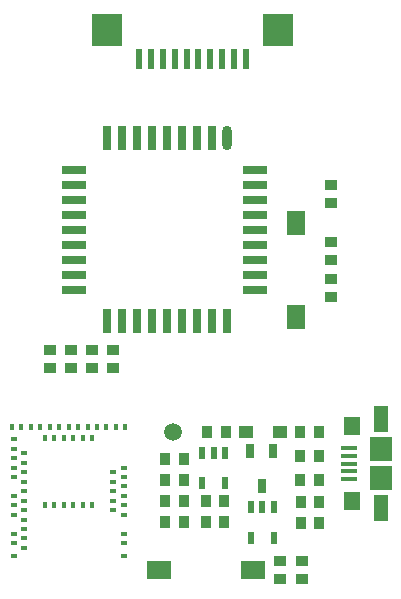
<source format=gtp>
G04*
G04 #@! TF.GenerationSoftware,Altium Limited,Altium Designer,20.2.6 (244)*
G04*
G04 Layer_Color=8421504*
%FSLAX25Y25*%
%MOIN*%
G70*
G04*
G04 #@! TF.SameCoordinates,311AA1CE-0284-405A-9FC1-4CD4DC225AB5*
G04*
G04*
G04 #@! TF.FilePolarity,Positive*
G04*
G01*
G75*
%ADD17R,0.02362X0.01575*%
%ADD18R,0.01575X0.02362*%
%ADD19R,0.02362X0.06693*%
%ADD20R,0.09843X0.11024*%
%ADD21R,0.08268X0.03150*%
%ADD22R,0.03150X0.08268*%
%ADD23O,0.03150X0.08268*%
%ADD24R,0.04921X0.03937*%
%ADD25R,0.07874X0.05906*%
%ADD26R,0.03858X0.03661*%
%ADD27R,0.05118X0.09055*%
%ADD28R,0.07480X0.07874*%
%ADD29R,0.05315X0.01575*%
%ADD30R,0.05512X0.06299*%
G04:AMPARAMS|DCode=31|XSize=59.06mil|YSize=59.06mil|CornerRadius=29.53mil|HoleSize=0mil|Usage=FLASHONLY|Rotation=0.000|XOffset=0mil|YOffset=0mil|HoleType=Round|Shape=RoundedRectangle|*
%AMROUNDEDRECTD31*
21,1,0.05906,0.00000,0,0,0.0*
21,1,0.00000,0.05906,0,0,0.0*
1,1,0.05906,0.00000,0.00000*
1,1,0.05906,0.00000,0.00000*
1,1,0.05906,0.00000,0.00000*
1,1,0.05906,0.00000,0.00000*
%
%ADD31ROUNDEDRECTD31*%
%ADD32R,0.03661X0.03858*%
%ADD33R,0.02559X0.04528*%
%ADD34R,0.02362X0.04331*%
%ADD35R,0.05906X0.07874*%
D17*
X-23000Y-206331D02*
D03*
Y-198850D02*
D03*
Y-192551D02*
D03*
X-26543Y-190976D02*
D03*
Y-187827D02*
D03*
Y-184677D02*
D03*
X-23000Y-183102D02*
D03*
X-26543Y-181528D02*
D03*
X-23000Y-179953D02*
D03*
X-26543Y-178378D02*
D03*
X-23000Y-176803D02*
D03*
Y-186252D02*
D03*
Y-189402D02*
D03*
Y-202000D02*
D03*
X-59614Y-167354D02*
D03*
Y-170504D02*
D03*
Y-173654D02*
D03*
X-56071Y-175228D02*
D03*
Y-178378D02*
D03*
X-59614Y-176803D02*
D03*
X-56071Y-172079D02*
D03*
X-59614Y-179953D02*
D03*
X-56071Y-181528D02*
D03*
Y-184677D02*
D03*
X-59614Y-186252D02*
D03*
X-56071Y-187827D02*
D03*
X-59614Y-189402D02*
D03*
X-56071Y-190976D02*
D03*
X-59614Y-192551D02*
D03*
X-56071Y-194126D02*
D03*
Y-197276D02*
D03*
X-59614Y-198850D02*
D03*
X-56071Y-200425D02*
D03*
X-59614Y-202000D02*
D03*
X-56071Y-203575D02*
D03*
X-59614Y-206331D02*
D03*
D18*
X-22409Y-163417D02*
D03*
X-25559D02*
D03*
X-28709D02*
D03*
X-31858D02*
D03*
X-35008D02*
D03*
X-38157D02*
D03*
X-41307D02*
D03*
X-44457D02*
D03*
X-47606D02*
D03*
X-36583Y-166961D02*
D03*
X-39732D02*
D03*
X-42882D02*
D03*
X-46031D02*
D03*
X-49181D02*
D03*
X-57055Y-163417D02*
D03*
X-50756D02*
D03*
X-53905D02*
D03*
X-60205D02*
D03*
X-33433Y-166961D02*
D03*
Y-189402D02*
D03*
X-36583D02*
D03*
X-39732D02*
D03*
X-42882D02*
D03*
X-46031D02*
D03*
X-49181D02*
D03*
D19*
X17717Y-40646D02*
D03*
X13780D02*
D03*
X9843D02*
D03*
X5906D02*
D03*
X1969D02*
D03*
X-1969D02*
D03*
X-17717D02*
D03*
X-13780D02*
D03*
X-9843D02*
D03*
X-5906D02*
D03*
D20*
X-28543Y-31000D02*
D03*
X28543D02*
D03*
D21*
X20913Y-77500D02*
D03*
Y-82500D02*
D03*
Y-87500D02*
D03*
Y-92500D02*
D03*
Y-97500D02*
D03*
Y-102500D02*
D03*
Y-107500D02*
D03*
Y-112500D02*
D03*
X-39500Y-117500D02*
D03*
Y-112500D02*
D03*
Y-107500D02*
D03*
Y-102500D02*
D03*
Y-97500D02*
D03*
Y-92500D02*
D03*
Y-87500D02*
D03*
Y-82500D02*
D03*
Y-77500D02*
D03*
X20913Y-117500D02*
D03*
D22*
X11500Y-128000D02*
D03*
X6500D02*
D03*
X1500D02*
D03*
X-3500D02*
D03*
X-8500D02*
D03*
X-13500D02*
D03*
X-18500D02*
D03*
X-23500D02*
D03*
X-28500D02*
D03*
Y-67000D02*
D03*
X-23500D02*
D03*
X-18500D02*
D03*
X-13500D02*
D03*
X-8500D02*
D03*
X-3500D02*
D03*
X1500D02*
D03*
X6500D02*
D03*
D23*
X11500D02*
D03*
D24*
X17693Y-165000D02*
D03*
X29307D02*
D03*
D25*
X20000Y-211000D02*
D03*
X-11231Y-211079D02*
D03*
D26*
X-26500Y-137469D02*
D03*
Y-143532D02*
D03*
X36500Y-214032D02*
D03*
Y-207968D02*
D03*
X29000Y-207968D02*
D03*
Y-214032D02*
D03*
X46000Y-82468D02*
D03*
Y-88532D02*
D03*
Y-101469D02*
D03*
Y-107531D02*
D03*
Y-113969D02*
D03*
Y-120031D02*
D03*
X-33500Y-143532D02*
D03*
Y-137469D02*
D03*
X-40500Y-143532D02*
D03*
Y-137469D02*
D03*
X-47500Y-143532D02*
D03*
Y-137469D02*
D03*
D27*
X62766Y-190264D02*
D03*
Y-160736D02*
D03*
D28*
Y-170579D02*
D03*
Y-180421D02*
D03*
D29*
X52234Y-172941D02*
D03*
Y-175500D02*
D03*
Y-178059D02*
D03*
Y-180618D02*
D03*
Y-170382D02*
D03*
D30*
X53120Y-162902D02*
D03*
Y-188098D02*
D03*
D31*
X-6500Y-165000D02*
D03*
D32*
X42063Y-188402D02*
D03*
X36000D02*
D03*
X42063Y-195402D02*
D03*
X36000D02*
D03*
X-2968Y-181000D02*
D03*
X-9031D02*
D03*
X11032Y-165000D02*
D03*
X4969D02*
D03*
X42031Y-181000D02*
D03*
X35969D02*
D03*
X35969Y-165000D02*
D03*
X42031D02*
D03*
X-9031Y-188000D02*
D03*
X-2968D02*
D03*
X-9031Y-195000D02*
D03*
X-2968D02*
D03*
X10531Y-188000D02*
D03*
X4468D02*
D03*
X10531Y-195000D02*
D03*
X4468D02*
D03*
X42031Y-173000D02*
D03*
X35969D02*
D03*
X-2968Y-174000D02*
D03*
X-9031D02*
D03*
D33*
X26740Y-171193D02*
D03*
X19260D02*
D03*
X23000Y-182807D02*
D03*
D34*
X10740Y-171882D02*
D03*
X7000D02*
D03*
X3260D02*
D03*
Y-182118D02*
D03*
X10740D02*
D03*
X27000Y-200236D02*
D03*
X19520D02*
D03*
Y-190000D02*
D03*
X23260D02*
D03*
X27000D02*
D03*
D35*
X34500Y-126500D02*
D03*
X34421Y-95269D02*
D03*
M02*

</source>
